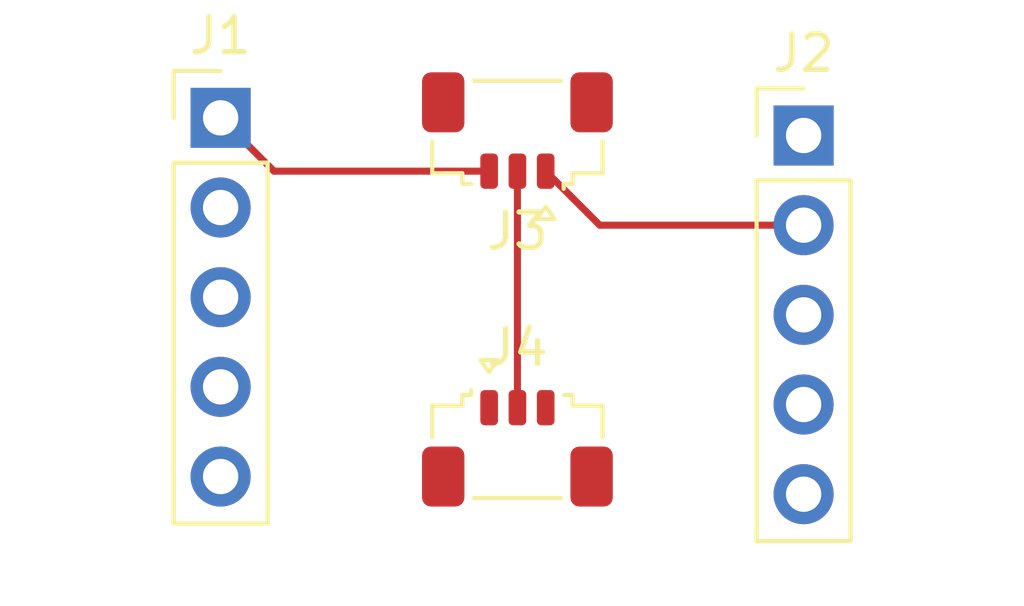
<source format=kicad_pcb>
(kicad_pcb (version 20240108) (generator "pcbnew") (generator_version "8.0")
  (layers (0 "F.Cu" signal) (31 "B.Cu" signal) (34 "B.Paste" user) (35 "F.Paste" user) (36 "B.SilkS" user "B.Silkscreen") (37 "F.SilkS" user "F.Silkscreen") (38 "B.Mask" user) (39 "F.Mask" user) (44 "Edge.Cuts" user))
  (net 0 "")
  (net 3 "+5V")
  (net 4 "+3.3V")
  (net 5 "GND")
  (net 6 "Net-(J2-Pin_1)")
  (net 7 "Net-(J2-Pin_2)")
  (footprint "Connector_JST:JST_SUR_SM03B-SURS-TF_1x03-1MP_P0.80mm_Horizontal" (layer "F.Cu") (at 110.9 81.7)
    (property "Reference" "J4" (at 0 -2.85 360) (layer "F.SilkS"))
    (property "Value" "Conn_01x04_Socket")
    (fp_line (start -2.41 -1.21) (end -1.56 -1.21) (stroke (width 0.12)) (layer "F.SilkS"))
    (fp_line (start -2.41 -0.31) (end -2.41 -1.21) (stroke (width 0.12)) (layer "F.SilkS"))
    (fp_line (start -1.56 -1.51) (end -1.31 -1.51) (stroke (width 0.12)) (layer "F.SilkS"))
    (fp_line (start -1.56 -1.21) (end -1.56 -1.51) (stroke (width 0.12)) (layer "F.SilkS"))
    (fp_line (start -1.31 -1.51) (end -1.31 -1.65) (stroke (width 0.12)) (layer "F.SilkS"))
    (fp_line (start -1.24 1.41) (end 1.24 1.41) (stroke (width 0.12)) (layer "F.SilkS"))
    (fp_line (start -1.05 -2.503553) (end -0.8 -2.15) (stroke (width 0.12)) (layer "F.SilkS"))
    (fp_line (start -0.8 -2.15) (end -0.55 -2.503553) (stroke (width 0.12)) (layer "F.SilkS"))
    (fp_line (start -0.55 -2.503553) (end -1.05 -2.503553) (stroke (width 0.12)) (layer "F.SilkS"))
    (fp_line (start 1.56 -1.51) (end 1.31 -1.51) (stroke (width 0.12)) (layer "F.SilkS"))
    (fp_line (start 1.56 -1.21) (end 1.56 -1.51) (stroke (width 0.12)) (layer "F.SilkS"))
    (fp_line (start 2.41 -1.21) (end 1.56 -1.21) (stroke (width 0.12)) (layer "F.SilkS"))
    (fp_line (start 2.41 -0.31) (end 2.41 -1.21) (stroke (width 0.12)) (layer "F.SilkS"))
    (pad "1" smd roundrect (at -0.8 -1.15) (size 0.5 1) (layers "F.Cu" "F.Paste" "F.Mask") (net 7 "Net-(J2-Pin_2)"))
    (pad "2" smd roundrect (at 0 -1.15) (size 0.5 1) (layers "F.Cu" "F.Paste" "F.Mask") (net 6 "Net-(J2-Pin_1)"))
    (pad "3" smd roundrect (at 0.8 -1.15) (size 0.5 1) (layers "F.Cu" "F.Paste" "F.Mask") (net 4 "+3.3V"))
    (pad "MP" smd roundrect (at -2.1 0.8) (size 1.2 1.7) (layers "F.Cu" "F.Paste" "F.Mask") (roundrect_rratio 0.208333))
    (pad "MP" smd roundrect (at 2.1 0.8) (size 1.2 1.7) (layers "F.Cu" "F.Paste" "F.Mask") (roundrect_rratio 0.208333))
  )
  (footprint "Connector_PinHeader_2.54mm:PinHeader_1x05_P2.54mm_Vertical" (layer "F.Cu") (at 119 72.84)
    (property "Reference" "J2" (at 0 -2.33 0) (layer "F.SilkS"))
    (property "Value" "Conn_01x05_Pin")
    (fp_line (start -1.33 -1.33) (end 0 -1.33) (stroke (width 0.12)) (layer "F.SilkS"))
    (fp_line (start -1.33 0) (end -1.33 -1.33) (stroke (width 0.12)) (layer "F.SilkS"))
    (fp_line (start -1.33 1.27) (end -1.33 11.49) (stroke (width 0.12)) (layer "F.SilkS"))
    (fp_line (start -1.33 1.27) (end 1.33 1.27) (stroke (width 0.12)) (layer "F.SilkS"))
    (fp_line (start -1.33 11.49) (end 1.33 11.49) (stroke (width 0.12)) (layer "F.SilkS"))
    (fp_line (start 1.33 1.27) (end 1.33 11.49) (stroke (width 0.12)) (layer "F.SilkS"))
    (pad "1" thru_hole rect (at 0 0) (size 1.7 1.7) (drill 1) (layers "*.Cu" "*.Mask") (net 6 "Net-(J2-Pin_1)"))
    (pad "2" thru_hole oval (at 0 2.54) (size 1.7 1.7) (drill 1) (layers "*.Cu" "*.Mask") (net 7 "Net-(J2-Pin_2)"))
    (pad "3" thru_hole oval (at 0 5.08) (size 1.7 1.7) (drill 1) (layers "*.Cu" "*.Mask") (net 5 "GND"))
    (pad "4" thru_hole oval (at 0 7.62) (size 1.7 1.7) (drill 1) (layers "*.Cu" "*.Mask"))
    (pad "5" thru_hole oval (at 0 10.16) (size 1.7 1.7) (drill 1) (layers "*.Cu" "*.Mask"))
  )
  (footprint "Connector_PinHeader_2.54mm:PinHeader_1x05_P2.54mm_Vertical" (layer "F.Cu") (at 102.5 72.34)
    (property "Reference" "J1" (at 0 -2.33 0) (layer "F.SilkS"))
    (property "Value" "Conn_01x05_Pin")
    (fp_line (start -1.33 -1.33) (end 0 -1.33) (stroke (width 0.12)) (layer "F.SilkS"))
    (fp_line (start -1.33 0) (end -1.33 -1.33) (stroke (width 0.12)) (layer "F.SilkS"))
    (fp_line (start -1.33 1.27) (end -1.33 11.49) (stroke (width 0.12)) (layer "F.SilkS"))
    (fp_line (start -1.33 1.27) (end 1.33 1.27) (stroke (width 0.12)) (layer "F.SilkS"))
    (fp_line (start -1.33 11.49) (end 1.33 11.49) (stroke (width 0.12)) (layer "F.SilkS"))
    (fp_line (start 1.33 1.27) (end 1.33 11.49) (stroke (width 0.12)) (layer "F.SilkS"))
    (pad "1" thru_hole rect (at 0 0) (size 1.7 1.7) (drill 1) (layers "*.Cu" "*.Mask") (net 3 "+5V"))
    (pad "2" thru_hole oval (at 0 2.54) (size 1.7 1.7) (drill 1) (layers "*.Cu" "*.Mask"))
    (pad "3" thru_hole oval (at 0 5.08) (size 1.7 1.7) (drill 1) (layers "*.Cu" "*.Mask") (net 5 "GND"))
    (pad "4" thru_hole oval (at 0 7.62) (size 1.7 1.7) (drill 1) (layers "*.Cu" "*.Mask"))
    (pad "5" thru_hole oval (at 0 10.16) (size 1.7 1.7) (drill 1) (layers "*.Cu" "*.Mask") (net 4 "+3.3V"))
  )
  (footprint "Connector_JST:JST_SUR_SM03B-SURS-TF_1x03-1MP_P0.80mm_Horizontal" (layer "F.Cu") (at 110.9 72.7 180)
    (property "Reference" "J3" (at 0 -2.85 360) (layer "F.SilkS"))
    (property "Value" "Conn_01x04_Socket")
    (fp_line (start 2.41 -0.31) (end 2.41 -1.21) (stroke (width 0.12)) (layer "F.SilkS"))
    (fp_line (start 2.41 -1.21) (end 1.56 -1.21) (stroke (width 0.12)) (layer "F.SilkS"))
    (fp_line (start 1.56 -1.21) (end 1.56 -1.51) (stroke (width 0.12)) (layer "F.SilkS"))
    (fp_line (start 1.56 -1.51) (end 1.31 -1.51) (stroke (width 0.12)) (layer "F.SilkS"))
    (fp_line (start -0.55 -2.503553) (end -1.05 -2.503553) (stroke (width 0.12)) (layer "F.SilkS"))
    (fp_line (start -0.8 -2.15) (end -0.55 -2.503553) (stroke (width 0.12)) (layer "F.SilkS"))
    (fp_line (start -1.05 -2.503553) (end -0.8 -2.15) (stroke (width 0.12)) (layer "F.SilkS"))
    (fp_line (start -1.24 1.41) (end 1.24 1.41) (stroke (width 0.12)) (layer "F.SilkS"))
    (fp_line (start -1.31 -1.51) (end -1.31 -1.65) (stroke (width 0.12)) (layer "F.SilkS"))
    (fp_line (start -1.56 -1.21) (end -1.56 -1.51) (stroke (width 0.12)) (layer "F.SilkS"))
    (fp_line (start -1.56 -1.51) (end -1.31 -1.51) (stroke (width 0.12)) (layer "F.SilkS"))
    (fp_line (start -2.41 -0.31) (end -2.41 -1.21) (stroke (width 0.12)) (layer "F.SilkS"))
    (fp_line (start -2.41 -1.21) (end -1.56 -1.21) (stroke (width 0.12)) (layer "F.SilkS"))
    (pad "1" smd roundrect (at -0.8 -1.15 180) (size 0.5 1) (layers "F.Cu" "F.Paste" "F.Mask") (net 7 "Net-(J2-Pin_2)"))
    (pad "2" smd roundrect (at 0 -1.15 180) (size 0.5 1) (layers "F.Cu" "F.Paste" "F.Mask") (net 6 "Net-(J2-Pin_1)"))
    (pad "3" smd roundrect (at 0.8 -1.15 180) (size 0.5 1) (layers "F.Cu" "F.Paste" "F.Mask") (net 3 "+5V"))
    (pad "MP" smd roundrect (at -2.1 0.8 180) (size 1.2 1.7) (layers "F.Cu" "F.Paste" "F.Mask") (roundrect_rratio 0.208333))
    (pad "MP" smd roundrect (at 2.1 0.8 180) (size 1.2 1.7) (layers "F.Cu" "F.Paste" "F.Mask") (roundrect_rratio 0.208333))
  )
  (segment (start 104.01 73.85) (end 110.1 73.85) (width 0.2) (layer "F.Cu") (net 3))
  (segment (start 102.5 72.34) (end 104.01 73.85) (width 0.2) (layer "F.Cu") (net 3))
  (segment (start 110.9 73.85) (end 110.9 80.55) (width 0.2) (layer "F.Cu") (net 6))
  (segment (start 119 75.38) (end 113.23 75.38) (width 0.2) (layer "F.Cu") (net 7))
  (segment (start 113.23 75.38) (end 111.7 73.85) (width 0.2) (layer "F.Cu") (net 7))
)
</source>
